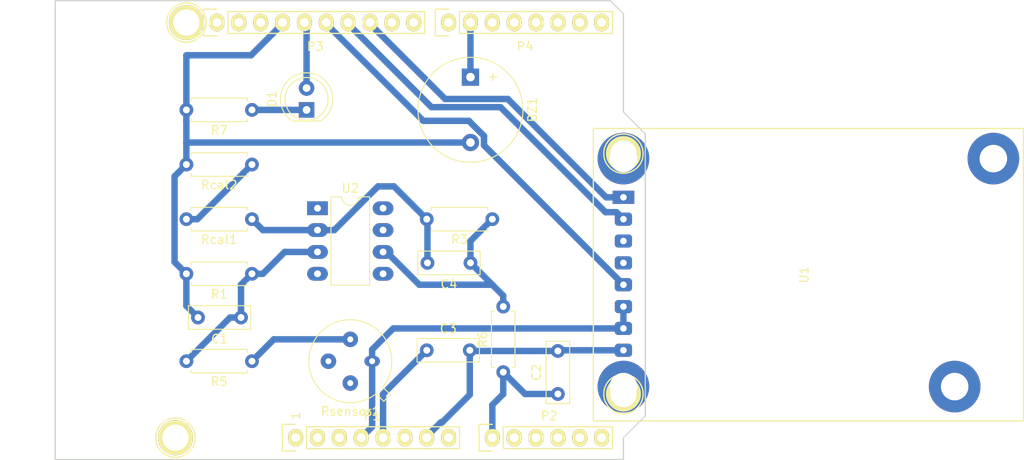
<source format=kicad_pcb>
(kicad_pcb (version 20171130) (host pcbnew "(5.0.0)")

  (general
    (thickness 1.6)
    (drawings 26)
    (tracks 96)
    (zones 0)
    (modules 24)
    (nets 46)
  )

  (page A4)
  (title_block
    (date "lun. 30 mars 2015")
  )

  (layers
    (0 F.Cu signal)
    (31 B.Cu signal)
    (32 B.Adhes user)
    (33 F.Adhes user)
    (34 B.Paste user)
    (35 F.Paste user)
    (36 B.SilkS user)
    (37 F.SilkS user)
    (38 B.Mask user)
    (39 F.Mask user)
    (40 Dwgs.User user)
    (41 Cmts.User user)
    (42 Eco1.User user)
    (43 Eco2.User user)
    (44 Edge.Cuts user)
    (45 Margin user)
    (46 B.CrtYd user)
    (47 F.CrtYd user)
    (48 B.Fab user)
    (49 F.Fab user)
  )

  (setup
    (last_trace_width 0.75)
    (trace_clearance 0.2)
    (zone_clearance 0.508)
    (zone_45_only no)
    (trace_min 0.2)
    (segment_width 0.15)
    (edge_width 0.15)
    (via_size 0.6)
    (via_drill 0.4)
    (via_min_size 0.4)
    (via_min_drill 0.3)
    (uvia_size 0.3)
    (uvia_drill 0.1)
    (uvias_allowed no)
    (uvia_min_size 0.2)
    (uvia_min_drill 0.1)
    (pcb_text_width 0.3)
    (pcb_text_size 1.5 1.5)
    (mod_edge_width 0.15)
    (mod_text_size 1 1)
    (mod_text_width 0.15)
    (pad_size 4.064 4.064)
    (pad_drill 3.048)
    (pad_to_mask_clearance 0)
    (aux_axis_origin 110.998 126.365)
    (grid_origin 110.998 126.365)
    (visible_elements 7FFFFFFF)
    (pcbplotparams
      (layerselection 0x00030_80000001)
      (usegerberextensions false)
      (usegerberattributes false)
      (usegerberadvancedattributes false)
      (creategerberjobfile false)
      (excludeedgelayer true)
      (linewidth 0.100000)
      (plotframeref false)
      (viasonmask false)
      (mode 1)
      (useauxorigin false)
      (hpglpennumber 1)
      (hpglpenspeed 20)
      (hpglpendiameter 15.000000)
      (psnegative false)
      (psa4output false)
      (plotreference true)
      (plotvalue true)
      (plotinvisibletext false)
      (padsonsilk false)
      (subtractmaskfromsilk false)
      (outputformat 1)
      (mirror false)
      (drillshape 1)
      (scaleselection 1)
      (outputdirectory ""))
  )

  (net 0 "")
  (net 1 /IOREF)
  (net 2 /Reset)
  (net 3 +5V)
  (net 4 GND)
  (net 5 /Vin)
  (net 6 /A0)
  (net 7 /A1)
  (net 8 /A2)
  (net 9 /A3)
  (net 10 /AREF)
  (net 11 "/A4(SDA)")
  (net 12 "/A5(SCL)")
  (net 13 "/9(**)")
  (net 14 /8)
  (net 15 /7)
  (net 16 "/6(**)")
  (net 17 "/5(**)")
  (net 18 /4)
  (net 19 "/3(**)")
  (net 20 /2)
  (net 21 "/1(Tx)")
  (net 22 "/0(Rx)")
  (net 23 "Net-(P5-Pad1)")
  (net 24 "Net-(P6-Pad1)")
  (net 25 "Net-(P7-Pad1)")
  (net 26 "Net-(P8-Pad1)")
  (net 27 "/13(SCK)")
  (net 28 "/10(**/SS)")
  (net 29 "Net-(P1-Pad1)")
  (net 30 +3V3)
  (net 31 "/12(MISO)")
  (net 32 "/11(**/MOSI)")
  (net 33 "Net-(C1-Pad1)")
  (net 34 "Net-(C4-Pad1)")
  (net 35 "Net-(C4-Pad2)")
  (net 36 "Net-(D1-Pad1)")
  (net 37 "Net-(R5-Pad1)")
  (net 38 "Net-(Rcal1-Pad2)")
  (net 39 "Net-(U1-Pad3)")
  (net 40 "Net-(U1-Pad4)")
  (net 41 "Net-(U2-Pad1)")
  (net 42 "Net-(U2-Pad5)")
  (net 43 "Net-(U2-Pad7)")
  (net 44 "Net-(U2-Pad4)")
  (net 45 "Net-(U2-Pad8)")

  (net_class Default "This is the default net class."
    (clearance 0.2)
    (trace_width 0.75)
    (via_dia 0.6)
    (via_drill 0.4)
    (uvia_dia 0.3)
    (uvia_drill 0.1)
    (add_net +3V3)
    (add_net +5V)
    (add_net "/0(Rx)")
    (add_net "/1(Tx)")
    (add_net "/10(**/SS)")
    (add_net "/11(**/MOSI)")
    (add_net "/12(MISO)")
    (add_net "/13(SCK)")
    (add_net /2)
    (add_net "/3(**)")
    (add_net /4)
    (add_net "/5(**)")
    (add_net "/6(**)")
    (add_net /7)
    (add_net /8)
    (add_net "/9(**)")
    (add_net /A0)
    (add_net /A1)
    (add_net /A2)
    (add_net /A3)
    (add_net "/A4(SDA)")
    (add_net "/A5(SCL)")
    (add_net /AREF)
    (add_net /IOREF)
    (add_net /Reset)
    (add_net /Vin)
    (add_net GND)
    (add_net "Net-(C1-Pad1)")
    (add_net "Net-(C4-Pad1)")
    (add_net "Net-(C4-Pad2)")
    (add_net "Net-(D1-Pad1)")
    (add_net "Net-(P1-Pad1)")
    (add_net "Net-(P5-Pad1)")
    (add_net "Net-(P6-Pad1)")
    (add_net "Net-(P7-Pad1)")
    (add_net "Net-(P8-Pad1)")
    (add_net "Net-(R5-Pad1)")
    (add_net "Net-(Rcal1-Pad2)")
    (add_net "Net-(U1-Pad3)")
    (add_net "Net-(U1-Pad4)")
    (add_net "Net-(U2-Pad1)")
    (add_net "Net-(U2-Pad4)")
    (add_net "Net-(U2-Pad5)")
    (add_net "Net-(U2-Pad7)")
    (add_net "Net-(U2-Pad8)")
  )

  (module Buzzer_Beeper:Buzzer_12x9.5RM7.6 (layer F.Cu) (tedit 5A030281) (tstamp 5BF63A97)
    (at 159.258 81.915 270)
    (descr "Generic Buzzer, D12mm height 9.5mm with RM7.6mm")
    (tags buzzer)
    (path /5BEA16F7)
    (fp_text reference BZ1 (at 3.8 -7.2 270) (layer F.SilkS)
      (effects (font (size 1 1) (thickness 0.15)))
    )
    (fp_text value Buzzer (at 3.8 7.4 270) (layer F.Fab)
      (effects (font (size 1 1) (thickness 0.15)))
    )
    (fp_text user + (at -0.01 -2.54 270) (layer F.Fab)
      (effects (font (size 1 1) (thickness 0.15)))
    )
    (fp_text user + (at -0.01 -2.54 270) (layer F.SilkS)
      (effects (font (size 1 1) (thickness 0.15)))
    )
    (fp_text user %R (at 3.8 -4 270) (layer F.Fab)
      (effects (font (size 1 1) (thickness 0.15)))
    )
    (fp_circle (center 3.8 0) (end 10.05 0) (layer F.CrtYd) (width 0.05))
    (fp_circle (center 3.8 0) (end 9.8 0) (layer F.Fab) (width 0.1))
    (fp_circle (center 3.8 0) (end 4.8 0) (layer F.Fab) (width 0.1))
    (fp_circle (center 3.8 0) (end 9.9 0) (layer F.SilkS) (width 0.12))
    (pad 1 thru_hole rect (at 0 0 270) (size 2 2) (drill 1) (layers *.Cu *.Mask)
      (net 16 "/6(**)"))
    (pad 2 thru_hole circle (at 7.6 0 270) (size 2 2) (drill 1) (layers *.Cu *.Mask)
      (net 4 GND))
    (model ${KISYS3DMOD}/Buzzer_Beeper.3dshapes/Buzzer_12x9.5RM7.6.wrl
      (at (xyz 0 0 0))
      (scale (xyz 1 1 1))
      (rotate (xyz 0 0 0))
    )
  )

  (module Capacitor_THT:C_Rect_L7.0mm_W2.5mm_P5.00mm (layer F.Cu) (tedit 5AE50EF0) (tstamp 5BF63AAA)
    (at 132.588 109.855 180)
    (descr "C, Rect series, Radial, pin pitch=5.00mm, , length*width=7*2.5mm^2, Capacitor")
    (tags "C Rect series Radial pin pitch 5.00mm  length 7mm width 2.5mm Capacitor")
    (path /5BD9F0E7)
    (fp_text reference C1 (at 2.5 -2.5 180) (layer F.SilkS)
      (effects (font (size 1 1) (thickness 0.15)))
    )
    (fp_text value 100n (at 2.5 2.5 180) (layer F.Fab)
      (effects (font (size 1 1) (thickness 0.15)))
    )
    (fp_text user %R (at 2.5 0 180) (layer F.Fab)
      (effects (font (size 1 1) (thickness 0.15)))
    )
    (fp_line (start 6.25 -1.5) (end -1.25 -1.5) (layer F.CrtYd) (width 0.05))
    (fp_line (start 6.25 1.5) (end 6.25 -1.5) (layer F.CrtYd) (width 0.05))
    (fp_line (start -1.25 1.5) (end 6.25 1.5) (layer F.CrtYd) (width 0.05))
    (fp_line (start -1.25 -1.5) (end -1.25 1.5) (layer F.CrtYd) (width 0.05))
    (fp_line (start 6.12 -1.37) (end 6.12 1.37) (layer F.SilkS) (width 0.12))
    (fp_line (start -1.12 -1.37) (end -1.12 1.37) (layer F.SilkS) (width 0.12))
    (fp_line (start -1.12 1.37) (end 6.12 1.37) (layer F.SilkS) (width 0.12))
    (fp_line (start -1.12 -1.37) (end 6.12 -1.37) (layer F.SilkS) (width 0.12))
    (fp_line (start 6 -1.25) (end -1 -1.25) (layer F.Fab) (width 0.1))
    (fp_line (start 6 1.25) (end 6 -1.25) (layer F.Fab) (width 0.1))
    (fp_line (start -1 1.25) (end 6 1.25) (layer F.Fab) (width 0.1))
    (fp_line (start -1 -1.25) (end -1 1.25) (layer F.Fab) (width 0.1))
    (pad 2 thru_hole circle (at 5 0 180) (size 1.6 1.6) (drill 0.8) (layers *.Cu *.Mask)
      (net 4 GND))
    (pad 1 thru_hole circle (at 0 0 180) (size 1.6 1.6) (drill 0.8) (layers *.Cu *.Mask)
      (net 33 "Net-(C1-Pad1)"))
    (model ${KISYS3DMOD}/Capacitor_THT.3dshapes/C_Rect_L7.0mm_W2.5mm_P5.00mm.wrl
      (at (xyz 0 0 0))
      (scale (xyz 1 1 1))
      (rotate (xyz 0 0 0))
    )
  )

  (module Socket_Arduino_Uno:Socket_Strip_Arduino_1x08 locked (layer F.Cu) (tedit 552168D2) (tstamp 551AF9EA)
    (at 138.938 123.825)
    (descr "Through hole socket strip")
    (tags "socket strip")
    (path /56D70129)
    (fp_text reference P1 (at 8.89 -2.54) (layer F.SilkS)
      (effects (font (size 1 1) (thickness 0.15)))
    )
    (fp_text value Power (at 8.89 -4.064) (layer F.Fab)
      (effects (font (size 1 1) (thickness 0.15)))
    )
    (fp_line (start -1.75 -1.75) (end -1.75 1.75) (layer F.CrtYd) (width 0.05))
    (fp_line (start 19.55 -1.75) (end 19.55 1.75) (layer F.CrtYd) (width 0.05))
    (fp_line (start -1.75 -1.75) (end 19.55 -1.75) (layer F.CrtYd) (width 0.05))
    (fp_line (start -1.75 1.75) (end 19.55 1.75) (layer F.CrtYd) (width 0.05))
    (fp_line (start 1.27 1.27) (end 19.05 1.27) (layer F.SilkS) (width 0.15))
    (fp_line (start 19.05 1.27) (end 19.05 -1.27) (layer F.SilkS) (width 0.15))
    (fp_line (start 19.05 -1.27) (end 1.27 -1.27) (layer F.SilkS) (width 0.15))
    (fp_line (start -1.55 1.55) (end 0 1.55) (layer F.SilkS) (width 0.15))
    (fp_line (start 1.27 1.27) (end 1.27 -1.27) (layer F.SilkS) (width 0.15))
    (fp_line (start 0 -1.55) (end -1.55 -1.55) (layer F.SilkS) (width 0.15))
    (fp_line (start -1.55 -1.55) (end -1.55 1.55) (layer F.SilkS) (width 0.15))
    (pad 1 thru_hole oval (at 0 0) (size 1.7272 2.032) (drill 1.016) (layers *.Cu *.Mask F.SilkS)
      (net 29 "Net-(P1-Pad1)"))
    (pad 2 thru_hole oval (at 2.54 0) (size 1.7272 2.032) (drill 1.016) (layers *.Cu *.Mask F.SilkS)
      (net 1 /IOREF))
    (pad 3 thru_hole oval (at 5.08 0) (size 1.7272 2.032) (drill 1.016) (layers *.Cu *.Mask F.SilkS)
      (net 2 /Reset))
    (pad 4 thru_hole oval (at 7.62 0) (size 1.7272 2.032) (drill 1.016) (layers *.Cu *.Mask F.SilkS)
      (net 30 +3V3))
    (pad 5 thru_hole oval (at 10.16 0) (size 1.7272 2.032) (drill 1.016) (layers *.Cu *.Mask F.SilkS)
      (net 3 +5V))
    (pad 6 thru_hole oval (at 12.7 0) (size 1.7272 2.032) (drill 1.016) (layers *.Cu *.Mask F.SilkS)
      (net 4 GND))
    (pad 7 thru_hole oval (at 15.24 0) (size 1.7272 2.032) (drill 1.016) (layers *.Cu *.Mask F.SilkS)
      (net 4 GND))
    (pad 8 thru_hole oval (at 17.78 0) (size 1.7272 2.032) (drill 1.016) (layers *.Cu *.Mask F.SilkS)
      (net 5 /Vin))
    (model ${KIPRJMOD}/Socket_Arduino_Uno.3dshapes/Socket_header_Arduino_1x08.wrl
      (offset (xyz 8.889999866485596 0 0))
      (scale (xyz 1 1 1))
      (rotate (xyz 0 0 180))
    )
  )

  (module Socket_Arduino_Uno:Socket_Strip_Arduino_1x06 locked (layer F.Cu) (tedit 552168D6) (tstamp 551AF9FF)
    (at 161.798 123.825)
    (descr "Through hole socket strip")
    (tags "socket strip")
    (path /56D70DD8)
    (fp_text reference P2 (at 6.604 -2.54) (layer F.SilkS)
      (effects (font (size 1 1) (thickness 0.15)))
    )
    (fp_text value Analog (at 6.604 -4.064) (layer F.Fab)
      (effects (font (size 1 1) (thickness 0.15)))
    )
    (fp_line (start -1.75 -1.75) (end -1.75 1.75) (layer F.CrtYd) (width 0.05))
    (fp_line (start 14.45 -1.75) (end 14.45 1.75) (layer F.CrtYd) (width 0.05))
    (fp_line (start -1.75 -1.75) (end 14.45 -1.75) (layer F.CrtYd) (width 0.05))
    (fp_line (start -1.75 1.75) (end 14.45 1.75) (layer F.CrtYd) (width 0.05))
    (fp_line (start 1.27 1.27) (end 13.97 1.27) (layer F.SilkS) (width 0.15))
    (fp_line (start 13.97 1.27) (end 13.97 -1.27) (layer F.SilkS) (width 0.15))
    (fp_line (start 13.97 -1.27) (end 1.27 -1.27) (layer F.SilkS) (width 0.15))
    (fp_line (start -1.55 1.55) (end 0 1.55) (layer F.SilkS) (width 0.15))
    (fp_line (start 1.27 1.27) (end 1.27 -1.27) (layer F.SilkS) (width 0.15))
    (fp_line (start 0 -1.55) (end -1.55 -1.55) (layer F.SilkS) (width 0.15))
    (fp_line (start -1.55 -1.55) (end -1.55 1.55) (layer F.SilkS) (width 0.15))
    (pad 1 thru_hole oval (at 0 0) (size 1.7272 2.032) (drill 1.016) (layers *.Cu *.Mask F.SilkS)
      (net 6 /A0))
    (pad 2 thru_hole oval (at 2.54 0) (size 1.7272 2.032) (drill 1.016) (layers *.Cu *.Mask F.SilkS)
      (net 7 /A1))
    (pad 3 thru_hole oval (at 5.08 0) (size 1.7272 2.032) (drill 1.016) (layers *.Cu *.Mask F.SilkS)
      (net 8 /A2))
    (pad 4 thru_hole oval (at 7.62 0) (size 1.7272 2.032) (drill 1.016) (layers *.Cu *.Mask F.SilkS)
      (net 9 /A3))
    (pad 5 thru_hole oval (at 10.16 0) (size 1.7272 2.032) (drill 1.016) (layers *.Cu *.Mask F.SilkS)
      (net 11 "/A4(SDA)"))
    (pad 6 thru_hole oval (at 12.7 0) (size 1.7272 2.032) (drill 1.016) (layers *.Cu *.Mask F.SilkS)
      (net 12 "/A5(SCL)"))
    (model ${KIPRJMOD}/Socket_Arduino_Uno.3dshapes/Socket_header_Arduino_1x06.wrl
      (offset (xyz 6.349999904632568 0 0))
      (scale (xyz 1 1 1))
      (rotate (xyz 0 0 180))
    )
  )

  (module Socket_Arduino_Uno:Socket_Strip_Arduino_1x10 locked (layer F.Cu) (tedit 552168BF) (tstamp 551AFA18)
    (at 129.794 75.565)
    (descr "Through hole socket strip")
    (tags "socket strip")
    (path /56D721E0)
    (fp_text reference P3 (at 11.43 2.794) (layer F.SilkS)
      (effects (font (size 1 1) (thickness 0.15)))
    )
    (fp_text value Digital (at 11.43 4.318) (layer F.Fab)
      (effects (font (size 1 1) (thickness 0.15)))
    )
    (fp_line (start -1.75 -1.75) (end -1.75 1.75) (layer F.CrtYd) (width 0.05))
    (fp_line (start 24.65 -1.75) (end 24.65 1.75) (layer F.CrtYd) (width 0.05))
    (fp_line (start -1.75 -1.75) (end 24.65 -1.75) (layer F.CrtYd) (width 0.05))
    (fp_line (start -1.75 1.75) (end 24.65 1.75) (layer F.CrtYd) (width 0.05))
    (fp_line (start 1.27 1.27) (end 24.13 1.27) (layer F.SilkS) (width 0.15))
    (fp_line (start 24.13 1.27) (end 24.13 -1.27) (layer F.SilkS) (width 0.15))
    (fp_line (start 24.13 -1.27) (end 1.27 -1.27) (layer F.SilkS) (width 0.15))
    (fp_line (start -1.55 1.55) (end 0 1.55) (layer F.SilkS) (width 0.15))
    (fp_line (start 1.27 1.27) (end 1.27 -1.27) (layer F.SilkS) (width 0.15))
    (fp_line (start 0 -1.55) (end -1.55 -1.55) (layer F.SilkS) (width 0.15))
    (fp_line (start -1.55 -1.55) (end -1.55 1.55) (layer F.SilkS) (width 0.15))
    (pad 1 thru_hole oval (at 0 0) (size 1.7272 2.032) (drill 1.016) (layers *.Cu *.Mask F.SilkS)
      (net 12 "/A5(SCL)"))
    (pad 2 thru_hole oval (at 2.54 0) (size 1.7272 2.032) (drill 1.016) (layers *.Cu *.Mask F.SilkS)
      (net 11 "/A4(SDA)"))
    (pad 3 thru_hole oval (at 5.08 0) (size 1.7272 2.032) (drill 1.016) (layers *.Cu *.Mask F.SilkS)
      (net 10 /AREF))
    (pad 4 thru_hole oval (at 7.62 0) (size 1.7272 2.032) (drill 1.016) (layers *.Cu *.Mask F.SilkS)
      (net 4 GND))
    (pad 5 thru_hole oval (at 10.16 0) (size 1.7272 2.032) (drill 1.016) (layers *.Cu *.Mask F.SilkS)
      (net 27 "/13(SCK)"))
    (pad 6 thru_hole oval (at 12.7 0) (size 1.7272 2.032) (drill 1.016) (layers *.Cu *.Mask F.SilkS)
      (net 31 "/12(MISO)"))
    (pad 7 thru_hole oval (at 15.24 0) (size 1.7272 2.032) (drill 1.016) (layers *.Cu *.Mask F.SilkS)
      (net 32 "/11(**/MOSI)"))
    (pad 8 thru_hole oval (at 17.78 0) (size 1.7272 2.032) (drill 1.016) (layers *.Cu *.Mask F.SilkS)
      (net 28 "/10(**/SS)"))
    (pad 9 thru_hole oval (at 20.32 0) (size 1.7272 2.032) (drill 1.016) (layers *.Cu *.Mask F.SilkS)
      (net 13 "/9(**)"))
    (pad 10 thru_hole oval (at 22.86 0) (size 1.7272 2.032) (drill 1.016) (layers *.Cu *.Mask F.SilkS)
      (net 14 /8))
    (model ${KIPRJMOD}/Socket_Arduino_Uno.3dshapes/Socket_header_Arduino_1x10.wrl
      (offset (xyz 11.42999982833862 0 0))
      (scale (xyz 1 1 1))
      (rotate (xyz 0 0 180))
    )
  )

  (module Socket_Arduino_Uno:Socket_Strip_Arduino_1x08 locked (layer F.Cu) (tedit 552168C7) (tstamp 551AFA2F)
    (at 156.718 75.565)
    (descr "Through hole socket strip")
    (tags "socket strip")
    (path /56D7164F)
    (fp_text reference P4 (at 8.89 2.794) (layer F.SilkS)
      (effects (font (size 1 1) (thickness 0.15)))
    )
    (fp_text value Digital (at 8.89 4.318) (layer F.Fab)
      (effects (font (size 1 1) (thickness 0.15)))
    )
    (fp_line (start -1.75 -1.75) (end -1.75 1.75) (layer F.CrtYd) (width 0.05))
    (fp_line (start 19.55 -1.75) (end 19.55 1.75) (layer F.CrtYd) (width 0.05))
    (fp_line (start -1.75 -1.75) (end 19.55 -1.75) (layer F.CrtYd) (width 0.05))
    (fp_line (start -1.75 1.75) (end 19.55 1.75) (layer F.CrtYd) (width 0.05))
    (fp_line (start 1.27 1.27) (end 19.05 1.27) (layer F.SilkS) (width 0.15))
    (fp_line (start 19.05 1.27) (end 19.05 -1.27) (layer F.SilkS) (width 0.15))
    (fp_line (start 19.05 -1.27) (end 1.27 -1.27) (layer F.SilkS) (width 0.15))
    (fp_line (start -1.55 1.55) (end 0 1.55) (layer F.SilkS) (width 0.15))
    (fp_line (start 1.27 1.27) (end 1.27 -1.27) (layer F.SilkS) (width 0.15))
    (fp_line (start 0 -1.55) (end -1.55 -1.55) (layer F.SilkS) (width 0.15))
    (fp_line (start -1.55 -1.55) (end -1.55 1.55) (layer F.SilkS) (width 0.15))
    (pad 1 thru_hole oval (at 0 0) (size 1.7272 2.032) (drill 1.016) (layers *.Cu *.Mask F.SilkS)
      (net 15 /7))
    (pad 2 thru_hole oval (at 2.54 0) (size 1.7272 2.032) (drill 1.016) (layers *.Cu *.Mask F.SilkS)
      (net 16 "/6(**)"))
    (pad 3 thru_hole oval (at 5.08 0) (size 1.7272 2.032) (drill 1.016) (layers *.Cu *.Mask F.SilkS)
      (net 17 "/5(**)"))
    (pad 4 thru_hole oval (at 7.62 0) (size 1.7272 2.032) (drill 1.016) (layers *.Cu *.Mask F.SilkS)
      (net 18 /4))
    (pad 5 thru_hole oval (at 10.16 0) (size 1.7272 2.032) (drill 1.016) (layers *.Cu *.Mask F.SilkS)
      (net 19 "/3(**)"))
    (pad 6 thru_hole oval (at 12.7 0) (size 1.7272 2.032) (drill 1.016) (layers *.Cu *.Mask F.SilkS)
      (net 20 /2))
    (pad 7 thru_hole oval (at 15.24 0) (size 1.7272 2.032) (drill 1.016) (layers *.Cu *.Mask F.SilkS)
      (net 21 "/1(Tx)"))
    (pad 8 thru_hole oval (at 17.78 0) (size 1.7272 2.032) (drill 1.016) (layers *.Cu *.Mask F.SilkS)
      (net 22 "/0(Rx)"))
    (model ${KIPRJMOD}/Socket_Arduino_Uno.3dshapes/Socket_header_Arduino_1x08.wrl
      (offset (xyz 8.889999866485596 0 0))
      (scale (xyz 1 1 1))
      (rotate (xyz 0 0 180))
    )
  )

  (module Socket_Arduino_Uno:Arduino_1pin locked (layer F.Cu) (tedit 5524FC39) (tstamp 5524FC3F)
    (at 124.968 123.825)
    (descr "module 1 pin (ou trou mecanique de percage)")
    (tags DEV)
    (path /56D71177)
    (fp_text reference P5 (at 0 -3.048) (layer F.SilkS) hide
      (effects (font (size 1 1) (thickness 0.15)))
    )
    (fp_text value CONN_01X01 (at 0 2.794) (layer F.Fab) hide
      (effects (font (size 1 1) (thickness 0.15)))
    )
    (fp_circle (center 0 0) (end 0 -2.286) (layer F.SilkS) (width 0.15))
    (pad 1 thru_hole circle (at 0 0) (size 4.064 4.064) (drill 3.048) (layers *.Cu *.Mask F.SilkS)
      (net 23 "Net-(P5-Pad1)"))
  )

  (module Socket_Arduino_Uno:Arduino_1pin locked (layer F.Cu) (tedit 5524FC4A) (tstamp 5524FC44)
    (at 177.038 118.745)
    (descr "module 1 pin (ou trou mecanique de percage)")
    (tags DEV)
    (path /56D71274)
    (fp_text reference P6 (at 0 -3.048) (layer F.SilkS) hide
      (effects (font (size 1 1) (thickness 0.15)))
    )
    (fp_text value CONN_01X01 (at 0 2.794) (layer F.Fab) hide
      (effects (font (size 1 1) (thickness 0.15)))
    )
    (fp_circle (center 0 0) (end 0 -2.286) (layer F.SilkS) (width 0.15))
    (pad 1 thru_hole circle (at 0 0) (size 4.064 4.064) (drill 3.048) (layers *.Cu *.Mask F.SilkS)
      (net 24 "Net-(P6-Pad1)"))
  )

  (module Socket_Arduino_Uno:Arduino_1pin locked (layer F.Cu) (tedit 5524FC2F) (tstamp 5524FC49)
    (at 126.238 75.565)
    (descr "module 1 pin (ou trou mecanique de percage)")
    (tags DEV)
    (path /56D712A8)
    (fp_text reference P7 (at 0 -3.048) (layer F.SilkS) hide
      (effects (font (size 1 1) (thickness 0.15)))
    )
    (fp_text value CONN_01X01 (at 0 2.794) (layer F.Fab) hide
      (effects (font (size 1 1) (thickness 0.15)))
    )
    (fp_circle (center 0 0) (end 0 -2.286) (layer F.SilkS) (width 0.15))
    (pad 1 thru_hole circle (at 0 0) (size 4.064 4.064) (drill 3.048) (layers *.Cu *.Mask F.SilkS)
      (net 25 "Net-(P7-Pad1)"))
  )

  (module Socket_Arduino_Uno:Arduino_1pin locked (layer F.Cu) (tedit 5524FC41) (tstamp 5524FC4E)
    (at 177.038 90.805)
    (descr "module 1 pin (ou trou mecanique de percage)")
    (tags DEV)
    (path /56D712DB)
    (fp_text reference P8 (at 0 -3.048) (layer F.SilkS) hide
      (effects (font (size 1 1) (thickness 0.15)))
    )
    (fp_text value CONN_01X01 (at 0 2.794) (layer F.Fab) hide
      (effects (font (size 1 1) (thickness 0.15)))
    )
    (fp_circle (center 0 0) (end 0 -2.286) (layer F.SilkS) (width 0.15))
    (pad 1 thru_hole circle (at 0 0) (size 4.064 4.064) (drill 3.048) (layers *.Cu *.Mask F.SilkS)
      (net 26 "Net-(P8-Pad1)"))
  )

  (module Capacitor_THT:C_Rect_L7.0mm_W2.5mm_P5.00mm (layer F.Cu) (tedit 5AE50EF0) (tstamp 5BF63ABD)
    (at 169.418 118.745 90)
    (descr "C, Rect series, Radial, pin pitch=5.00mm, , length*width=7*2.5mm^2, Capacitor")
    (tags "C Rect series Radial pin pitch 5.00mm  length 7mm width 2.5mm Capacitor")
    (path /5BD9EF39)
    (fp_text reference C2 (at 2.5 -2.5 90) (layer F.SilkS)
      (effects (font (size 1 1) (thickness 0.15)))
    )
    (fp_text value 100n (at 2.5 2.5 90) (layer F.Fab)
      (effects (font (size 1 1) (thickness 0.15)))
    )
    (fp_text user %R (at 2.5 0 90) (layer F.Fab)
      (effects (font (size 1 1) (thickness 0.15)))
    )
    (fp_line (start 6.25 -1.5) (end -1.25 -1.5) (layer F.CrtYd) (width 0.05))
    (fp_line (start 6.25 1.5) (end 6.25 -1.5) (layer F.CrtYd) (width 0.05))
    (fp_line (start -1.25 1.5) (end 6.25 1.5) (layer F.CrtYd) (width 0.05))
    (fp_line (start -1.25 -1.5) (end -1.25 1.5) (layer F.CrtYd) (width 0.05))
    (fp_line (start 6.12 -1.37) (end 6.12 1.37) (layer F.SilkS) (width 0.12))
    (fp_line (start -1.12 -1.37) (end -1.12 1.37) (layer F.SilkS) (width 0.12))
    (fp_line (start -1.12 1.37) (end 6.12 1.37) (layer F.SilkS) (width 0.12))
    (fp_line (start -1.12 -1.37) (end 6.12 -1.37) (layer F.SilkS) (width 0.12))
    (fp_line (start 6 -1.25) (end -1 -1.25) (layer F.Fab) (width 0.1))
    (fp_line (start 6 1.25) (end 6 -1.25) (layer F.Fab) (width 0.1))
    (fp_line (start -1 1.25) (end 6 1.25) (layer F.Fab) (width 0.1))
    (fp_line (start -1 -1.25) (end -1 1.25) (layer F.Fab) (width 0.1))
    (pad 2 thru_hole circle (at 5 0 90) (size 1.6 1.6) (drill 0.8) (layers *.Cu *.Mask)
      (net 4 GND))
    (pad 1 thru_hole circle (at 0 0 90) (size 1.6 1.6) (drill 0.8) (layers *.Cu *.Mask)
      (net 6 /A0))
    (model ${KISYS3DMOD}/Capacitor_THT.3dshapes/C_Rect_L7.0mm_W2.5mm_P5.00mm.wrl
      (at (xyz 0 0 0))
      (scale (xyz 1 1 1))
      (rotate (xyz 0 0 0))
    )
  )

  (module Capacitor_THT:C_Rect_L7.0mm_W2.5mm_P5.00mm (layer F.Cu) (tedit 5AE50EF0) (tstamp 5BF63AD0)
    (at 154.178 113.665)
    (descr "C, Rect series, Radial, pin pitch=5.00mm, , length*width=7*2.5mm^2, Capacitor")
    (tags "C Rect series Radial pin pitch 5.00mm  length 7mm width 2.5mm Capacitor")
    (path /5BD9EE79)
    (fp_text reference C3 (at 2.5 -2.5) (layer F.SilkS)
      (effects (font (size 1 1) (thickness 0.15)))
    )
    (fp_text value 100n (at 2.5 2.5) (layer F.Fab)
      (effects (font (size 1 1) (thickness 0.15)))
    )
    (fp_line (start -1 -1.25) (end -1 1.25) (layer F.Fab) (width 0.1))
    (fp_line (start -1 1.25) (end 6 1.25) (layer F.Fab) (width 0.1))
    (fp_line (start 6 1.25) (end 6 -1.25) (layer F.Fab) (width 0.1))
    (fp_line (start 6 -1.25) (end -1 -1.25) (layer F.Fab) (width 0.1))
    (fp_line (start -1.12 -1.37) (end 6.12 -1.37) (layer F.SilkS) (width 0.12))
    (fp_line (start -1.12 1.37) (end 6.12 1.37) (layer F.SilkS) (width 0.12))
    (fp_line (start -1.12 -1.37) (end -1.12 1.37) (layer F.SilkS) (width 0.12))
    (fp_line (start 6.12 -1.37) (end 6.12 1.37) (layer F.SilkS) (width 0.12))
    (fp_line (start -1.25 -1.5) (end -1.25 1.5) (layer F.CrtYd) (width 0.05))
    (fp_line (start -1.25 1.5) (end 6.25 1.5) (layer F.CrtYd) (width 0.05))
    (fp_line (start 6.25 1.5) (end 6.25 -1.5) (layer F.CrtYd) (width 0.05))
    (fp_line (start 6.25 -1.5) (end -1.25 -1.5) (layer F.CrtYd) (width 0.05))
    (fp_text user %R (at 2.5 0) (layer F.Fab)
      (effects (font (size 1 1) (thickness 0.15)))
    )
    (pad 1 thru_hole circle (at 0 0) (size 1.6 1.6) (drill 0.8) (layers *.Cu *.Mask)
      (net 3 +5V))
    (pad 2 thru_hole circle (at 5 0) (size 1.6 1.6) (drill 0.8) (layers *.Cu *.Mask)
      (net 4 GND))
    (model ${KISYS3DMOD}/Capacitor_THT.3dshapes/C_Rect_L7.0mm_W2.5mm_P5.00mm.wrl
      (at (xyz 0 0 0))
      (scale (xyz 1 1 1))
      (rotate (xyz 0 0 0))
    )
  )

  (module Capacitor_THT:C_Rect_L7.0mm_W2.5mm_P5.00mm (layer F.Cu) (tedit 5AE50EF0) (tstamp 5BF63AE3)
    (at 159.258 103.505 180)
    (descr "C, Rect series, Radial, pin pitch=5.00mm, , length*width=7*2.5mm^2, Capacitor")
    (tags "C Rect series Radial pin pitch 5.00mm  length 7mm width 2.5mm Capacitor")
    (path /5BD9F03B)
    (fp_text reference C4 (at 2.5 -2.5 180) (layer F.SilkS)
      (effects (font (size 1 1) (thickness 0.15)))
    )
    (fp_text value 1u (at 2.5 2.5 180) (layer F.Fab)
      (effects (font (size 1 1) (thickness 0.15)))
    )
    (fp_line (start -1 -1.25) (end -1 1.25) (layer F.Fab) (width 0.1))
    (fp_line (start -1 1.25) (end 6 1.25) (layer F.Fab) (width 0.1))
    (fp_line (start 6 1.25) (end 6 -1.25) (layer F.Fab) (width 0.1))
    (fp_line (start 6 -1.25) (end -1 -1.25) (layer F.Fab) (width 0.1))
    (fp_line (start -1.12 -1.37) (end 6.12 -1.37) (layer F.SilkS) (width 0.12))
    (fp_line (start -1.12 1.37) (end 6.12 1.37) (layer F.SilkS) (width 0.12))
    (fp_line (start -1.12 -1.37) (end -1.12 1.37) (layer F.SilkS) (width 0.12))
    (fp_line (start 6.12 -1.37) (end 6.12 1.37) (layer F.SilkS) (width 0.12))
    (fp_line (start -1.25 -1.5) (end -1.25 1.5) (layer F.CrtYd) (width 0.05))
    (fp_line (start -1.25 1.5) (end 6.25 1.5) (layer F.CrtYd) (width 0.05))
    (fp_line (start 6.25 1.5) (end 6.25 -1.5) (layer F.CrtYd) (width 0.05))
    (fp_line (start 6.25 -1.5) (end -1.25 -1.5) (layer F.CrtYd) (width 0.05))
    (fp_text user %R (at 2.5 0 180) (layer F.Fab)
      (effects (font (size 1 1) (thickness 0.15)))
    )
    (pad 1 thru_hole circle (at 0 0 180) (size 1.6 1.6) (drill 0.8) (layers *.Cu *.Mask)
      (net 34 "Net-(C4-Pad1)"))
    (pad 2 thru_hole circle (at 5 0 180) (size 1.6 1.6) (drill 0.8) (layers *.Cu *.Mask)
      (net 35 "Net-(C4-Pad2)"))
    (model ${KISYS3DMOD}/Capacitor_THT.3dshapes/C_Rect_L7.0mm_W2.5mm_P5.00mm.wrl
      (at (xyz 0 0 0))
      (scale (xyz 1 1 1))
      (rotate (xyz 0 0 0))
    )
  )

  (module LED_THT:LED_D5.0mm_FlatTop (layer F.Cu) (tedit 5880A862) (tstamp 5BF63AF4)
    (at 140.208 85.725 90)
    (descr "LED, Round, FlatTop, diameter 5.0mm, 2 pins, http://www.kingbright.com/attachments/file/psearch/000/00/00/L-483GDT(Ver.15B).pdf")
    (tags "LED Round FlatTop diameter 5.0mm 2 pins")
    (path /5BEA1788)
    (fp_text reference D1 (at 1.27 -4.01 90) (layer F.SilkS)
      (effects (font (size 1 1) (thickness 0.15)))
    )
    (fp_text value LED (at 1.27 4.01 90) (layer F.Fab)
      (effects (font (size 1 1) (thickness 0.15)))
    )
    (fp_arc (start 1.27 0) (end -1.23 -1.566046) (angle 295.9) (layer F.Fab) (width 0.1))
    (fp_arc (start 1.27 0) (end -1.29 -1.639512) (angle 147.4) (layer F.SilkS) (width 0.12))
    (fp_arc (start 1.27 0) (end -1.29 1.639512) (angle -147.4) (layer F.SilkS) (width 0.12))
    (fp_circle (center 1.27 0) (end 3.77 0) (layer F.Fab) (width 0.1))
    (fp_circle (center 1.27 0) (end 3.77 0) (layer F.SilkS) (width 0.12))
    (fp_line (start -1.23 -1.566046) (end -1.23 1.566046) (layer F.Fab) (width 0.1))
    (fp_line (start -1.29 -1.64) (end -1.29 1.64) (layer F.SilkS) (width 0.12))
    (fp_line (start -2 -3.3) (end -2 3.3) (layer F.CrtYd) (width 0.05))
    (fp_line (start -2 3.3) (end 4.55 3.3) (layer F.CrtYd) (width 0.05))
    (fp_line (start 4.55 3.3) (end 4.55 -3.3) (layer F.CrtYd) (width 0.05))
    (fp_line (start 4.55 -3.3) (end -2 -3.3) (layer F.CrtYd) (width 0.05))
    (pad 1 thru_hole rect (at 0 0 90) (size 1.8 1.8) (drill 0.9) (layers *.Cu *.Mask)
      (net 36 "Net-(D1-Pad1)"))
    (pad 2 thru_hole circle (at 2.54 0 90) (size 1.8 1.8) (drill 0.9) (layers *.Cu *.Mask)
      (net 27 "/13(SCK)"))
    (model ${KISYS3DMOD}/LED_THT.3dshapes/LED_D5.0mm_FlatTop.wrl
      (at (xyz 0 0 0))
      (scale (xyz 1 1 1))
      (rotate (xyz 0 0 0))
    )
  )

  (module Resistor_THT:R_Axial_DIN0207_L6.3mm_D2.5mm_P7.62mm_Horizontal (layer F.Cu) (tedit 5AE5139B) (tstamp 5BF63B33)
    (at 161.798 98.425 180)
    (descr "Resistor, Axial_DIN0207 series, Axial, Horizontal, pin pitch=7.62mm, 0.25W = 1/4W, length*diameter=6.3*2.5mm^2, http://cdn-reichelt.de/documents/datenblatt/B400/1_4W%23YAG.pdf")
    (tags "Resistor Axial_DIN0207 series Axial Horizontal pin pitch 7.62mm 0.25W = 1/4W length 6.3mm diameter 2.5mm")
    (path /5BD9ED1A)
    (fp_text reference R3 (at 3.81 -2.37 180) (layer F.SilkS)
      (effects (font (size 1 1) (thickness 0.15)))
    )
    (fp_text value 100k (at 3.81 2.37 180) (layer F.Fab)
      (effects (font (size 1 1) (thickness 0.15)))
    )
    (fp_line (start 0.66 -1.25) (end 0.66 1.25) (layer F.Fab) (width 0.1))
    (fp_line (start 0.66 1.25) (end 6.96 1.25) (layer F.Fab) (width 0.1))
    (fp_line (start 6.96 1.25) (end 6.96 -1.25) (layer F.Fab) (width 0.1))
    (fp_line (start 6.96 -1.25) (end 0.66 -1.25) (layer F.Fab) (width 0.1))
    (fp_line (start 0 0) (end 0.66 0) (layer F.Fab) (width 0.1))
    (fp_line (start 7.62 0) (end 6.96 0) (layer F.Fab) (width 0.1))
    (fp_line (start 0.54 -1.04) (end 0.54 -1.37) (layer F.SilkS) (width 0.12))
    (fp_line (start 0.54 -1.37) (end 7.08 -1.37) (layer F.SilkS) (width 0.12))
    (fp_line (start 7.08 -1.37) (end 7.08 -1.04) (layer F.SilkS) (width 0.12))
    (fp_line (start 0.54 1.04) (end 0.54 1.37) (layer F.SilkS) (width 0.12))
    (fp_line (start 0.54 1.37) (end 7.08 1.37) (layer F.SilkS) (width 0.12))
    (fp_line (start 7.08 1.37) (end 7.08 1.04) (layer F.SilkS) (width 0.12))
    (fp_line (start -1.05 -1.5) (end -1.05 1.5) (layer F.CrtYd) (width 0.05))
    (fp_line (start -1.05 1.5) (end 8.67 1.5) (layer F.CrtYd) (width 0.05))
    (fp_line (start 8.67 1.5) (end 8.67 -1.5) (layer F.CrtYd) (width 0.05))
    (fp_line (start 8.67 -1.5) (end -1.05 -1.5) (layer F.CrtYd) (width 0.05))
    (fp_text user %R (at 3.81 0 180) (layer F.Fab)
      (effects (font (size 1 1) (thickness 0.15)))
    )
    (pad 1 thru_hole circle (at 0 0 180) (size 1.6 1.6) (drill 0.8) (layers *.Cu *.Mask)
      (net 34 "Net-(C4-Pad1)"))
    (pad 2 thru_hole oval (at 7.62 0 180) (size 1.6 1.6) (drill 0.8) (layers *.Cu *.Mask)
      (net 35 "Net-(C4-Pad2)"))
    (model ${KISYS3DMOD}/Resistor_THT.3dshapes/R_Axial_DIN0207_L6.3mm_D2.5mm_P7.62mm_Horizontal.wrl
      (at (xyz 0 0 0))
      (scale (xyz 1 1 1))
      (rotate (xyz 0 0 0))
    )
  )

  (module Resistor_THT:R_Axial_DIN0207_L6.3mm_D2.5mm_P7.62mm_Horizontal (layer F.Cu) (tedit 5AE5139B) (tstamp 5BF63B4A)
    (at 133.858 114.935 180)
    (descr "Resistor, Axial_DIN0207 series, Axial, Horizontal, pin pitch=7.62mm, 0.25W = 1/4W, length*diameter=6.3*2.5mm^2, http://cdn-reichelt.de/documents/datenblatt/B400/1_4W%23YAG.pdf")
    (tags "Resistor Axial_DIN0207 series Axial Horizontal pin pitch 7.62mm 0.25W = 1/4W length 6.3mm diameter 2.5mm")
    (path /5BD9EAE8)
    (fp_text reference R5 (at 3.81 -2.37 180) (layer F.SilkS)
      (effects (font (size 1 1) (thickness 0.15)))
    )
    (fp_text value 10k (at 3.81 2.37 180) (layer F.Fab)
      (effects (font (size 1 1) (thickness 0.15)))
    )
    (fp_text user %R (at 3.81 0 180) (layer F.Fab)
      (effects (font (size 1 1) (thickness 0.15)))
    )
    (fp_line (start 8.67 -1.5) (end -1.05 -1.5) (layer F.CrtYd) (width 0.05))
    (fp_line (start 8.67 1.5) (end 8.67 -1.5) (layer F.CrtYd) (width 0.05))
    (fp_line (start -1.05 1.5) (end 8.67 1.5) (layer F.CrtYd) (width 0.05))
    (fp_line (start -1.05 -1.5) (end -1.05 1.5) (layer F.CrtYd) (width 0.05))
    (fp_line (start 7.08 1.37) (end 7.08 1.04) (layer F.SilkS) (width 0.12))
    (fp_line (start 0.54 1.37) (end 7.08 1.37) (layer F.SilkS) (width 0.12))
    (fp_line (start 0.54 1.04) (end 0.54 1.37) (layer F.SilkS) (width 0.12))
    (fp_line (start 7.08 -1.37) (end 7.08 -1.04) (layer F.SilkS) (width 0.12))
    (fp_line (start 0.54 -1.37) (end 7.08 -1.37) (layer F.SilkS) (width 0.12))
    (fp_line (start 0.54 -1.04) (end 0.54 -1.37) (layer F.SilkS) (width 0.12))
    (fp_line (start 7.62 0) (end 6.96 0) (layer F.Fab) (width 0.1))
    (fp_line (start 0 0) (end 0.66 0) (layer F.Fab) (width 0.1))
    (fp_line (start 6.96 -1.25) (end 0.66 -1.25) (layer F.Fab) (width 0.1))
    (fp_line (start 6.96 1.25) (end 6.96 -1.25) (layer F.Fab) (width 0.1))
    (fp_line (start 0.66 1.25) (end 6.96 1.25) (layer F.Fab) (width 0.1))
    (fp_line (start 0.66 -1.25) (end 0.66 1.25) (layer F.Fab) (width 0.1))
    (pad 2 thru_hole oval (at 7.62 0 180) (size 1.6 1.6) (drill 0.8) (layers *.Cu *.Mask)
      (net 33 "Net-(C1-Pad1)"))
    (pad 1 thru_hole circle (at 0 0 180) (size 1.6 1.6) (drill 0.8) (layers *.Cu *.Mask)
      (net 37 "Net-(R5-Pad1)"))
    (model ${KISYS3DMOD}/Resistor_THT.3dshapes/R_Axial_DIN0207_L6.3mm_D2.5mm_P7.62mm_Horizontal.wrl
      (at (xyz 0 0 0))
      (scale (xyz 1 1 1))
      (rotate (xyz 0 0 0))
    )
  )

  (module Resistor_THT:R_Axial_DIN0207_L6.3mm_D2.5mm_P7.62mm_Horizontal (layer F.Cu) (tedit 5AE5139B) (tstamp 5BF63B61)
    (at 163.068 116.205 90)
    (descr "Resistor, Axial_DIN0207 series, Axial, Horizontal, pin pitch=7.62mm, 0.25W = 1/4W, length*diameter=6.3*2.5mm^2, http://cdn-reichelt.de/documents/datenblatt/B400/1_4W%23YAG.pdf")
    (tags "Resistor Axial_DIN0207 series Axial Horizontal pin pitch 7.62mm 0.25W = 1/4W length 6.3mm diameter 2.5mm")
    (path /5BD9EDB6)
    (fp_text reference R6 (at 3.81 -2.37 90) (layer F.SilkS)
      (effects (font (size 1 1) (thickness 0.15)))
    )
    (fp_text value 1k (at 3.81 2.37 90) (layer F.Fab)
      (effects (font (size 1 1) (thickness 0.15)))
    )
    (fp_line (start 0.66 -1.25) (end 0.66 1.25) (layer F.Fab) (width 0.1))
    (fp_line (start 0.66 1.25) (end 6.96 1.25) (layer F.Fab) (width 0.1))
    (fp_line (start 6.96 1.25) (end 6.96 -1.25) (layer F.Fab) (width 0.1))
    (fp_line (start 6.96 -1.25) (end 0.66 -1.25) (layer F.Fab) (width 0.1))
    (fp_line (start 0 0) (end 0.66 0) (layer F.Fab) (width 0.1))
    (fp_line (start 7.62 0) (end 6.96 0) (layer F.Fab) (width 0.1))
    (fp_line (start 0.54 -1.04) (end 0.54 -1.37) (layer F.SilkS) (width 0.12))
    (fp_line (start 0.54 -1.37) (end 7.08 -1.37) (layer F.SilkS) (width 0.12))
    (fp_line (start 7.08 -1.37) (end 7.08 -1.04) (layer F.SilkS) (width 0.12))
    (fp_line (start 0.54 1.04) (end 0.54 1.37) (layer F.SilkS) (width 0.12))
    (fp_line (start 0.54 1.37) (end 7.08 1.37) (layer F.SilkS) (width 0.12))
    (fp_line (start 7.08 1.37) (end 7.08 1.04) (layer F.SilkS) (width 0.12))
    (fp_line (start -1.05 -1.5) (end -1.05 1.5) (layer F.CrtYd) (width 0.05))
    (fp_line (start -1.05 1.5) (end 8.67 1.5) (layer F.CrtYd) (width 0.05))
    (fp_line (start 8.67 1.5) (end 8.67 -1.5) (layer F.CrtYd) (width 0.05))
    (fp_line (start 8.67 -1.5) (end -1.05 -1.5) (layer F.CrtYd) (width 0.05))
    (fp_text user %R (at 3.81 0 90) (layer F.Fab)
      (effects (font (size 1 1) (thickness 0.15)))
    )
    (pad 1 thru_hole circle (at 0 0 90) (size 1.6 1.6) (drill 0.8) (layers *.Cu *.Mask)
      (net 6 /A0))
    (pad 2 thru_hole oval (at 7.62 0 90) (size 1.6 1.6) (drill 0.8) (layers *.Cu *.Mask)
      (net 34 "Net-(C4-Pad1)"))
    (model ${KISYS3DMOD}/Resistor_THT.3dshapes/R_Axial_DIN0207_L6.3mm_D2.5mm_P7.62mm_Horizontal.wrl
      (at (xyz 0 0 0))
      (scale (xyz 1 1 1))
      (rotate (xyz 0 0 0))
    )
  )

  (module Resistor_THT:R_Axial_DIN0207_L6.3mm_D2.5mm_P7.62mm_Horizontal (layer F.Cu) (tedit 5AE5139B) (tstamp 5BF63B78)
    (at 133.858 85.725 180)
    (descr "Resistor, Axial_DIN0207 series, Axial, Horizontal, pin pitch=7.62mm, 0.25W = 1/4W, length*diameter=6.3*2.5mm^2, http://cdn-reichelt.de/documents/datenblatt/B400/1_4W%23YAG.pdf")
    (tags "Resistor Axial_DIN0207 series Axial Horizontal pin pitch 7.62mm 0.25W = 1/4W length 6.3mm diameter 2.5mm")
    (path /5BEA1AF9)
    (fp_text reference R7 (at 3.81 -2.37 180) (layer F.SilkS)
      (effects (font (size 1 1) (thickness 0.15)))
    )
    (fp_text value 10k (at 3.81 2.37 180) (layer F.Fab)
      (effects (font (size 1 1) (thickness 0.15)))
    )
    (fp_text user %R (at 3.81 0 180) (layer F.Fab)
      (effects (font (size 1 1) (thickness 0.15)))
    )
    (fp_line (start 8.67 -1.5) (end -1.05 -1.5) (layer F.CrtYd) (width 0.05))
    (fp_line (start 8.67 1.5) (end 8.67 -1.5) (layer F.CrtYd) (width 0.05))
    (fp_line (start -1.05 1.5) (end 8.67 1.5) (layer F.CrtYd) (width 0.05))
    (fp_line (start -1.05 -1.5) (end -1.05 1.5) (layer F.CrtYd) (width 0.05))
    (fp_line (start 7.08 1.37) (end 7.08 1.04) (layer F.SilkS) (width 0.12))
    (fp_line (start 0.54 1.37) (end 7.08 1.37) (layer F.SilkS) (width 0.12))
    (fp_line (start 0.54 1.04) (end 0.54 1.37) (layer F.SilkS) (width 0.12))
    (fp_line (start 7.08 -1.37) (end 7.08 -1.04) (layer F.SilkS) (width 0.12))
    (fp_line (start 0.54 -1.37) (end 7.08 -1.37) (layer F.SilkS) (width 0.12))
    (fp_line (start 0.54 -1.04) (end 0.54 -1.37) (layer F.SilkS) (width 0.12))
    (fp_line (start 7.62 0) (end 6.96 0) (layer F.Fab) (width 0.1))
    (fp_line (start 0 0) (end 0.66 0) (layer F.Fab) (width 0.1))
    (fp_line (start 6.96 -1.25) (end 0.66 -1.25) (layer F.Fab) (width 0.1))
    (fp_line (start 6.96 1.25) (end 6.96 -1.25) (layer F.Fab) (width 0.1))
    (fp_line (start 0.66 1.25) (end 6.96 1.25) (layer F.Fab) (width 0.1))
    (fp_line (start 0.66 -1.25) (end 0.66 1.25) (layer F.Fab) (width 0.1))
    (pad 2 thru_hole oval (at 7.62 0 180) (size 1.6 1.6) (drill 0.8) (layers *.Cu *.Mask)
      (net 4 GND))
    (pad 1 thru_hole circle (at 0 0 180) (size 1.6 1.6) (drill 0.8) (layers *.Cu *.Mask)
      (net 36 "Net-(D1-Pad1)"))
    (model ${KISYS3DMOD}/Resistor_THT.3dshapes/R_Axial_DIN0207_L6.3mm_D2.5mm_P7.62mm_Horizontal.wrl
      (at (xyz 0 0 0))
      (scale (xyz 1 1 1))
      (rotate (xyz 0 0 0))
    )
  )

  (module Resistor_THT:R_Axial_DIN0207_L6.3mm_D2.5mm_P7.62mm_Horizontal (layer F.Cu) (tedit 5AE5139B) (tstamp 5BF63BBD)
    (at 133.858 98.425 180)
    (descr "Resistor, Axial_DIN0207 series, Axial, Horizontal, pin pitch=7.62mm, 0.25W = 1/4W, length*diameter=6.3*2.5mm^2, http://cdn-reichelt.de/documents/datenblatt/B400/1_4W%23YAG.pdf")
    (tags "Resistor Axial_DIN0207 series Axial Horizontal pin pitch 7.62mm 0.25W = 1/4W length 6.3mm diameter 2.5mm")
    (path /5BD9EBFE)
    (fp_text reference Rcal1 (at 3.81 -2.37 180) (layer F.SilkS)
      (effects (font (size 1 1) (thickness 0.15)))
    )
    (fp_text value R (at 3.81 2.37 180) (layer F.Fab)
      (effects (font (size 1 1) (thickness 0.15)))
    )
    (fp_line (start 0.66 -1.25) (end 0.66 1.25) (layer F.Fab) (width 0.1))
    (fp_line (start 0.66 1.25) (end 6.96 1.25) (layer F.Fab) (width 0.1))
    (fp_line (start 6.96 1.25) (end 6.96 -1.25) (layer F.Fab) (width 0.1))
    (fp_line (start 6.96 -1.25) (end 0.66 -1.25) (layer F.Fab) (width 0.1))
    (fp_line (start 0 0) (end 0.66 0) (layer F.Fab) (width 0.1))
    (fp_line (start 7.62 0) (end 6.96 0) (layer F.Fab) (width 0.1))
    (fp_line (start 0.54 -1.04) (end 0.54 -1.37) (layer F.SilkS) (width 0.12))
    (fp_line (start 0.54 -1.37) (end 7.08 -1.37) (layer F.SilkS) (width 0.12))
    (fp_line (start 7.08 -1.37) (end 7.08 -1.04) (layer F.SilkS) (width 0.12))
    (fp_line (start 0.54 1.04) (end 0.54 1.37) (layer F.SilkS) (width 0.12))
    (fp_line (start 0.54 1.37) (end 7.08 1.37) (layer F.SilkS) (width 0.12))
    (fp_line (start 7.08 1.37) (end 7.08 1.04) (layer F.SilkS) (width 0.12))
    (fp_line (start -1.05 -1.5) (end -1.05 1.5) (layer F.CrtYd) (width 0.05))
    (fp_line (start -1.05 1.5) (end 8.67 1.5) (layer F.CrtYd) (width 0.05))
    (fp_line (start 8.67 1.5) (end 8.67 -1.5) (layer F.CrtYd) (width 0.05))
    (fp_line (start 8.67 -1.5) (end -1.05 -1.5) (layer F.CrtYd) (width 0.05))
    (fp_text user %R (at 3.81 0 180) (layer F.Fab)
      (effects (font (size 1 1) (thickness 0.15)))
    )
    (pad 1 thru_hole circle (at 0 0 180) (size 1.6 1.6) (drill 0.8) (layers *.Cu *.Mask)
      (net 35 "Net-(C4-Pad2)"))
    (pad 2 thru_hole oval (at 7.62 0 180) (size 1.6 1.6) (drill 0.8) (layers *.Cu *.Mask)
      (net 38 "Net-(Rcal1-Pad2)"))
    (model ${KISYS3DMOD}/Resistor_THT.3dshapes/R_Axial_DIN0207_L6.3mm_D2.5mm_P7.62mm_Horizontal.wrl
      (at (xyz 0 0 0))
      (scale (xyz 1 1 1))
      (rotate (xyz 0 0 0))
    )
  )

  (module Resistor_THT:R_Axial_DIN0207_L6.3mm_D2.5mm_P7.62mm_Horizontal (layer F.Cu) (tedit 5AE5139B) (tstamp 5BF63BD4)
    (at 133.858 92.075 180)
    (descr "Resistor, Axial_DIN0207 series, Axial, Horizontal, pin pitch=7.62mm, 0.25W = 1/4W, length*diameter=6.3*2.5mm^2, http://cdn-reichelt.de/documents/datenblatt/B400/1_4W%23YAG.pdf")
    (tags "Resistor Axial_DIN0207 series Axial Horizontal pin pitch 7.62mm 0.25W = 1/4W length 6.3mm diameter 2.5mm")
    (path /5BD9EC80)
    (fp_text reference Rcal2 (at 3.81 -2.37 180) (layer F.SilkS)
      (effects (font (size 1 1) (thickness 0.15)))
    )
    (fp_text value R (at 3.81 2.37 180) (layer F.Fab)
      (effects (font (size 1 1) (thickness 0.15)))
    )
    (fp_text user %R (at 3.81 0 180) (layer F.Fab)
      (effects (font (size 1 1) (thickness 0.15)))
    )
    (fp_line (start 8.67 -1.5) (end -1.05 -1.5) (layer F.CrtYd) (width 0.05))
    (fp_line (start 8.67 1.5) (end 8.67 -1.5) (layer F.CrtYd) (width 0.05))
    (fp_line (start -1.05 1.5) (end 8.67 1.5) (layer F.CrtYd) (width 0.05))
    (fp_line (start -1.05 -1.5) (end -1.05 1.5) (layer F.CrtYd) (width 0.05))
    (fp_line (start 7.08 1.37) (end 7.08 1.04) (layer F.SilkS) (width 0.12))
    (fp_line (start 0.54 1.37) (end 7.08 1.37) (layer F.SilkS) (width 0.12))
    (fp_line (start 0.54 1.04) (end 0.54 1.37) (layer F.SilkS) (width 0.12))
    (fp_line (start 7.08 -1.37) (end 7.08 -1.04) (layer F.SilkS) (width 0.12))
    (fp_line (start 0.54 -1.37) (end 7.08 -1.37) (layer F.SilkS) (width 0.12))
    (fp_line (start 0.54 -1.04) (end 0.54 -1.37) (layer F.SilkS) (width 0.12))
    (fp_line (start 7.62 0) (end 6.96 0) (layer F.Fab) (width 0.1))
    (fp_line (start 0 0) (end 0.66 0) (layer F.Fab) (width 0.1))
    (fp_line (start 6.96 -1.25) (end 0.66 -1.25) (layer F.Fab) (width 0.1))
    (fp_line (start 6.96 1.25) (end 6.96 -1.25) (layer F.Fab) (width 0.1))
    (fp_line (start 0.66 1.25) (end 6.96 1.25) (layer F.Fab) (width 0.1))
    (fp_line (start 0.66 -1.25) (end 0.66 1.25) (layer F.Fab) (width 0.1))
    (pad 2 thru_hole oval (at 7.62 0 180) (size 1.6 1.6) (drill 0.8) (layers *.Cu *.Mask)
      (net 4 GND))
    (pad 1 thru_hole circle (at 0 0 180) (size 1.6 1.6) (drill 0.8) (layers *.Cu *.Mask)
      (net 38 "Net-(Rcal1-Pad2)"))
    (model ${KISYS3DMOD}/Resistor_THT.3dshapes/R_Axial_DIN0207_L6.3mm_D2.5mm_P7.62mm_Horizontal.wrl
      (at (xyz 0 0 0))
      (scale (xyz 1 1 1))
      (rotate (xyz 0 0 0))
    )
  )

  (module MesEmpreintes:TO-5-4 (layer F.Cu) (tedit 5BE98B71) (tstamp 5BF63BEA)
    (at 147.828 114.935 180)
    (descr TO-5-4)
    (tags TO-5-4)
    (path /5BD9EA5A)
    (fp_text reference Rsensor1 (at 2.54 -5.82 180) (layer F.SilkS)
      (effects (font (size 1 1) (thickness 0.15)))
    )
    (fp_text value 10k (at 2.54 5.82 180) (layer F.Fab)
      (effects (font (size 1 1) (thickness 0.15)))
    )
    (fp_arc (start 2.54 0) (end -0.457084 -3.774902) (angle 346.9) (layer F.SilkS) (width 0.12))
    (fp_arc (start 2.54 0) (end -0.465408 -3.61352) (angle 349.5) (layer F.Fab) (width 0.1))
    (fp_circle (center 2.54 0) (end 6.79 0) (layer F.Fab) (width 0.1))
    (fp_line (start 7.49 -4.95) (end -2.41 -4.95) (layer F.CrtYd) (width 0.05))
    (fp_line (start 7.49 4.95) (end 7.49 -4.95) (layer F.CrtYd) (width 0.05))
    (fp_line (start -2.41 4.95) (end 7.49 4.95) (layer F.CrtYd) (width 0.05))
    (fp_line (start -2.41 -4.95) (end -2.41 4.95) (layer F.CrtYd) (width 0.05))
    (fp_line (start -2.125856 -3.888039) (end -1.234902 -2.997084) (layer F.SilkS) (width 0.12))
    (fp_line (start -1.348039 -4.665856) (end -2.125856 -3.888039) (layer F.SilkS) (width 0.12))
    (fp_line (start -0.457084 -3.774902) (end -1.348039 -4.665856) (layer F.SilkS) (width 0.12))
    (fp_line (start -1.879621 -3.81151) (end -1.07352 -3.005408) (layer F.Fab) (width 0.1))
    (fp_line (start -1.27151 -4.419621) (end -1.879621 -3.81151) (layer F.Fab) (width 0.1))
    (fp_line (start -0.465408 -3.61352) (end -1.27151 -4.419621) (layer F.Fab) (width 0.1))
    (fp_text user %R (at 2.54 -5.82 180) (layer F.Fab)
      (effects (font (size 1 1) (thickness 0.15)))
    )
    (pad 4 thru_hole circle (at 2.54 -2.54 180) (size 1.8 1.8) (drill 0.7) (layers *.Cu *.Mask))
    (pad 3 thru_hole circle (at 5.08 0 180) (size 1.8 1.8) (drill 0.7) (layers *.Cu *.Mask))
    (pad 2 thru_hole circle (at 2.54 2.54 180) (size 1.8 1.8) (drill 0.7) (layers *.Cu *.Mask)
      (net 37 "Net-(R5-Pad1)"))
    (pad 1 thru_hole oval (at 0 0 180) (size 1.8 1.2) (drill 0.7) (layers *.Cu *.Mask)
      (net 30 +3V3))
    (model ${KISYS3DMOD}/Package_TO_SOT_THT.3dshapes/TO-5-4.wrl
      (at (xyz 0 0 0))
      (scale (xyz 1 1 1))
      (rotate (xyz 0 0 0))
    )
  )

  (module MesEmpreintes:Module_LoRa_RN2483 (layer F.Cu) (tedit 5BD9C5EB) (tstamp 5BF63C1D)
    (at 177.038 95.885 270)
    (path /5BEF5229)
    (fp_text reference U1 (at 9 -21 270) (layer F.SilkS)
      (effects (font (size 1 1) (thickness 0.15)))
    )
    (fp_text value RN2483_Breakout (at 9 -23 270) (layer F.Fab)
      (effects (font (size 1 1) (thickness 0.15)))
    )
    (fp_line (start -8 3.5) (end -8 -46.5) (layer F.SilkS) (width 0.15))
    (fp_line (start -8 -46.5) (end 26 -46.5) (layer F.SilkS) (width 0.15))
    (fp_line (start 26 -46.5) (end 26 3.5) (layer F.SilkS) (width 0.15))
    (fp_line (start 26 3.5) (end -8 3.5) (layer F.SilkS) (width 0.15))
    (pad 1 thru_hole rect (at 0 0 270) (size 1.524 2.524) (drill 0.762) (layers *.Cu *.Mask)
      (net 28 "/10(**/SS)"))
    (pad 2 thru_hole roundrect (at 2.54 0 270) (size 1.524 2) (drill 0.762) (layers *.Cu *.Mask) (roundrect_rratio 0.25)
      (net 32 "/11(**/MOSI)"))
    (pad 3 thru_hole roundrect (at 5.08 0 270) (size 1.524 2) (drill 0.762) (layers *.Cu *.Mask) (roundrect_rratio 0.25)
      (net 39 "Net-(U1-Pad3)"))
    (pad 4 thru_hole roundrect (at 7.62 0 270) (size 1.524 2) (drill 0.762) (layers *.Cu *.Mask) (roundrect_rratio 0.25)
      (net 40 "Net-(U1-Pad4)"))
    (pad 5 thru_hole roundrect (at 10.16 0 270) (size 1.524 2) (drill 0.762) (layers *.Cu *.Mask) (roundrect_rratio 0.25)
      (net 31 "/12(MISO)"))
    (pad 6 thru_hole roundrect (at 12.7 0 270) (size 1.524 2) (drill 0.762) (layers *.Cu *.Mask) (roundrect_rratio 0.25)
      (net 30 +3V3))
    (pad 7 thru_hole roundrect (at 15.24 0 270) (size 1.524 2) (drill 0.762) (layers *.Cu *.Mask) (roundrect_rratio 0.25)
      (net 30 +3V3))
    (pad 8 thru_hole roundrect (at 17.78 0 270) (size 1.524 2) (drill 0.762) (layers *.Cu *.Mask) (roundrect_rratio 0.25)
      (net 4 GND))
    (pad "" np_thru_hole circle (at -4.5 0 270) (size 6 6) (drill 3.2) (layers *.Cu *.Mask))
    (pad "" np_thru_hole circle (at 22 0 270) (size 6 6) (drill 3.2) (layers *.Cu *.Mask))
    (pad "" np_thru_hole circle (at 22 -38.5 270) (size 6 6) (drill 3.2) (layers *.Cu *.Mask))
    (pad "" np_thru_hole circle (at -4.5 -43 270) (size 6 6) (drill 3.2) (layers *.Cu *.Mask))
  )

  (module Package_DIP:DIP-8_W7.62mm_LongPads (layer F.Cu) (tedit 5A02E8C5) (tstamp 5BF63C39)
    (at 141.478 97.155)
    (descr "8-lead though-hole mounted DIP package, row spacing 7.62 mm (300 mils), LongPads")
    (tags "THT DIP DIL PDIP 2.54mm 7.62mm 300mil LongPads")
    (path /5BD9E967)
    (fp_text reference U2 (at 3.81 -2.33) (layer F.SilkS)
      (effects (font (size 1 1) (thickness 0.15)))
    )
    (fp_text value LTC1050 (at 3.81 9.95) (layer F.Fab)
      (effects (font (size 1 1) (thickness 0.15)))
    )
    (fp_arc (start 3.81 -1.33) (end 2.81 -1.33) (angle -180) (layer F.SilkS) (width 0.12))
    (fp_line (start 1.635 -1.27) (end 6.985 -1.27) (layer F.Fab) (width 0.1))
    (fp_line (start 6.985 -1.27) (end 6.985 8.89) (layer F.Fab) (width 0.1))
    (fp_line (start 6.985 8.89) (end 0.635 8.89) (layer F.Fab) (width 0.1))
    (fp_line (start 0.635 8.89) (end 0.635 -0.27) (layer F.Fab) (width 0.1))
    (fp_line (start 0.635 -0.27) (end 1.635 -1.27) (layer F.Fab) (width 0.1))
    (fp_line (start 2.81 -1.33) (end 1.56 -1.33) (layer F.SilkS) (width 0.12))
    (fp_line (start 1.56 -1.33) (end 1.56 8.95) (layer F.SilkS) (width 0.12))
    (fp_line (start 1.56 8.95) (end 6.06 8.95) (layer F.SilkS) (width 0.12))
    (fp_line (start 6.06 8.95) (end 6.06 -1.33) (layer F.SilkS) (width 0.12))
    (fp_line (start 6.06 -1.33) (end 4.81 -1.33) (layer F.SilkS) (width 0.12))
    (fp_line (start -1.45 -1.55) (end -1.45 9.15) (layer F.CrtYd) (width 0.05))
    (fp_line (start -1.45 9.15) (end 9.1 9.15) (layer F.CrtYd) (width 0.05))
    (fp_line (start 9.1 9.15) (end 9.1 -1.55) (layer F.CrtYd) (width 0.05))
    (fp_line (start 9.1 -1.55) (end -1.45 -1.55) (layer F.CrtYd) (width 0.05))
    (fp_text user %R (at 3.81 3.81) (layer F.Fab)
      (effects (font (size 1 1) (thickness 0.15)))
    )
    (pad 1 thru_hole rect (at 0 0) (size 2.4 1.6) (drill 0.8) (layers *.Cu *.Mask)
      (net 41 "Net-(U2-Pad1)"))
    (pad 5 thru_hole oval (at 7.62 7.62) (size 2.4 1.6) (drill 0.8) (layers *.Cu *.Mask)
      (net 42 "Net-(U2-Pad5)"))
    (pad 2 thru_hole oval (at 0 2.54) (size 2.4 1.6) (drill 0.8) (layers *.Cu *.Mask)
      (net 35 "Net-(C4-Pad2)"))
    (pad 6 thru_hole oval (at 7.62 5.08) (size 2.4 1.6) (drill 0.8) (layers *.Cu *.Mask)
      (net 34 "Net-(C4-Pad1)"))
    (pad 3 thru_hole oval (at 0 5.08) (size 2.4 1.6) (drill 0.8) (layers *.Cu *.Mask)
      (net 33 "Net-(C1-Pad1)"))
    (pad 7 thru_hole oval (at 7.62 2.54) (size 2.4 1.6) (drill 0.8) (layers *.Cu *.Mask)
      (net 43 "Net-(U2-Pad7)"))
    (pad 4 thru_hole oval (at 0 7.62) (size 2.4 1.6) (drill 0.8) (layers *.Cu *.Mask)
      (net 44 "Net-(U2-Pad4)"))
    (pad 8 thru_hole oval (at 7.62 0) (size 2.4 1.6) (drill 0.8) (layers *.Cu *.Mask)
      (net 45 "Net-(U2-Pad8)"))
    (model ${KISYS3DMOD}/Package_DIP.3dshapes/DIP-8_W7.62mm.wrl
      (at (xyz 0 0 0))
      (scale (xyz 1 1 1))
      (rotate (xyz 0 0 0))
    )
  )

  (module Resistor_THT:R_Axial_DIN0207_L6.3mm_D2.5mm_P7.62mm_Horizontal (layer F.Cu) (tedit 5AE5139B) (tstamp 5BF656EB)
    (at 133.858 104.775 180)
    (descr "Resistor, Axial_DIN0207 series, Axial, Horizontal, pin pitch=7.62mm, 0.25W = 1/4W, length*diameter=6.3*2.5mm^2, http://cdn-reichelt.de/documents/datenblatt/B400/1_4W%23YAG.pdf")
    (tags "Resistor Axial_DIN0207 series Axial Horizontal pin pitch 7.62mm 0.25W = 1/4W length 6.3mm diameter 2.5mm")
    (path /5BD9EB74)
    (fp_text reference R1 (at 3.81 -2.37 180) (layer F.SilkS)
      (effects (font (size 1 1) (thickness 0.15)))
    )
    (fp_text value 100k (at 3.81 2.37 180) (layer F.Fab)
      (effects (font (size 1 1) (thickness 0.15)))
    )
    (fp_line (start 0.66 -1.25) (end 0.66 1.25) (layer F.Fab) (width 0.1))
    (fp_line (start 0.66 1.25) (end 6.96 1.25) (layer F.Fab) (width 0.1))
    (fp_line (start 6.96 1.25) (end 6.96 -1.25) (layer F.Fab) (width 0.1))
    (fp_line (start 6.96 -1.25) (end 0.66 -1.25) (layer F.Fab) (width 0.1))
    (fp_line (start 0 0) (end 0.66 0) (layer F.Fab) (width 0.1))
    (fp_line (start 7.62 0) (end 6.96 0) (layer F.Fab) (width 0.1))
    (fp_line (start 0.54 -1.04) (end 0.54 -1.37) (layer F.SilkS) (width 0.12))
    (fp_line (start 0.54 -1.37) (end 7.08 -1.37) (layer F.SilkS) (width 0.12))
    (fp_line (start 7.08 -1.37) (end 7.08 -1.04) (layer F.SilkS) (width 0.12))
    (fp_line (start 0.54 1.04) (end 0.54 1.37) (layer F.SilkS) (width 0.12))
    (fp_line (start 0.54 1.37) (end 7.08 1.37) (layer F.SilkS) (width 0.12))
    (fp_line (start 7.08 1.37) (end 7.08 1.04) (layer F.SilkS) (width 0.12))
    (fp_line (start -1.05 -1.5) (end -1.05 1.5) (layer F.CrtYd) (width 0.05))
    (fp_line (start -1.05 1.5) (end 8.67 1.5) (layer F.CrtYd) (width 0.05))
    (fp_line (start 8.67 1.5) (end 8.67 -1.5) (layer F.CrtYd) (width 0.05))
    (fp_line (start 8.67 -1.5) (end -1.05 -1.5) (layer F.CrtYd) (width 0.05))
    (fp_text user %R (at 3.81 0 180) (layer F.Fab)
      (effects (font (size 1 1) (thickness 0.15)))
    )
    (pad 1 thru_hole circle (at 0 0 180) (size 1.6 1.6) (drill 0.8) (layers *.Cu *.Mask)
      (net 33 "Net-(C1-Pad1)"))
    (pad 2 thru_hole oval (at 7.62 0 180) (size 1.6 1.6) (drill 0.8) (layers *.Cu *.Mask)
      (net 4 GND))
    (model ${KISYS3DMOD}/Resistor_THT.3dshapes/R_Axial_DIN0207_L6.3mm_D2.5mm_P7.62mm_Horizontal.wrl
      (at (xyz 0 0 0))
      (scale (xyz 1 1 1))
      (rotate (xyz 0 0 0))
    )
  )

  (gr_line (start 109.093 123.19) (end 109.093 114.3) (angle 90) (layer Dwgs.User) (width 0.15))
  (gr_text 1 (at 138.938 121.285 90) (layer F.SilkS)
    (effects (font (size 1 1) (thickness 0.15)))
  )
  (gr_circle (center 117.348 76.962) (end 118.618 76.962) (layer Dwgs.User) (width 0.15))
  (gr_line (start 114.427 78.994) (end 114.427 74.93) (angle 90) (layer Dwgs.User) (width 0.15))
  (gr_line (start 120.269 78.994) (end 114.427 78.994) (angle 90) (layer Dwgs.User) (width 0.15))
  (gr_line (start 120.269 74.93) (end 120.269 78.994) (angle 90) (layer Dwgs.User) (width 0.15))
  (gr_line (start 114.427 74.93) (end 120.269 74.93) (angle 90) (layer Dwgs.User) (width 0.15))
  (gr_line (start 120.523 93.98) (end 104.648 93.98) (angle 90) (layer Dwgs.User) (width 0.15))
  (gr_line (start 177.038 74.549) (end 175.514 73.025) (angle 90) (layer Edge.Cuts) (width 0.15))
  (gr_line (start 177.038 85.979) (end 177.038 74.549) (angle 90) (layer Edge.Cuts) (width 0.15))
  (gr_line (start 179.578 88.519) (end 177.038 85.979) (angle 90) (layer Edge.Cuts) (width 0.15))
  (gr_line (start 179.578 121.285) (end 179.578 88.519) (angle 90) (layer Edge.Cuts) (width 0.15))
  (gr_line (start 177.038 123.825) (end 179.578 121.285) (angle 90) (layer Edge.Cuts) (width 0.15))
  (gr_line (start 177.038 126.365) (end 177.038 123.825) (angle 90) (layer Edge.Cuts) (width 0.15))
  (gr_line (start 110.998 126.365) (end 177.038 126.365) (angle 90) (layer Edge.Cuts) (width 0.15))
  (gr_line (start 110.998 73.025) (end 110.998 126.365) (angle 90) (layer Edge.Cuts) (width 0.15))
  (gr_line (start 175.514 73.025) (end 110.998 73.025) (angle 90) (layer Edge.Cuts) (width 0.15))
  (gr_line (start 178.435 102.235) (end 173.355 102.235) (angle 90) (layer Dwgs.User) (width 0.15))
  (gr_line (start 178.435 94.615) (end 178.435 102.235) (angle 90) (layer Dwgs.User) (width 0.15))
  (gr_line (start 173.355 94.615) (end 178.435 94.615) (angle 90) (layer Dwgs.User) (width 0.15))
  (gr_line (start 122.428 123.19) (end 109.093 123.19) (angle 90) (layer Dwgs.User) (width 0.15))
  (gr_line (start 122.428 114.3) (end 122.428 123.19) (angle 90) (layer Dwgs.User) (width 0.15))
  (gr_line (start 109.093 114.3) (end 122.428 114.3) (angle 90) (layer Dwgs.User) (width 0.15))
  (gr_line (start 104.648 93.98) (end 104.648 82.55) (angle 90) (layer Dwgs.User) (width 0.15))
  (gr_line (start 120.523 82.55) (end 120.523 93.98) (angle 90) (layer Dwgs.User) (width 0.15))
  (gr_line (start 104.648 82.55) (end 120.523 82.55) (angle 90) (layer Dwgs.User) (width 0.15))

  (segment (start 149.098 123.6726) (end 149.098 123.825) (width 0.75) (layer B.Cu) (net 3))
  (segment (start 149.098 118.745) (end 154.178 113.665) (width 0.75) (layer B.Cu) (net 3))
  (segment (start 149.098 123.825) (end 149.098 118.745) (width 0.75) (layer B.Cu) (net 3))
  (segment (start 151.638 123.6726) (end 151.638 123.825) (width 0.75) (layer F.Cu) (net 4))
  (segment (start 126.238 79.375) (end 126.238 86.995) (width 0.75) (layer B.Cu) (net 4))
  (segment (start 133.7564 79.375) (end 126.238 79.375) (width 0.75) (layer B.Cu) (net 4))
  (segment (start 137.414 75.565) (end 137.414 75.7174) (width 0.75) (layer B.Cu) (net 4))
  (segment (start 137.414 75.7174) (end 133.7564 79.375) (width 0.75) (layer B.Cu) (net 4))
  (segment (start 125.438001 103.975001) (end 126.238 104.775) (width 0.75) (layer B.Cu) (net 4))
  (segment (start 124.862999 103.399999) (end 125.438001 103.975001) (width 0.75) (layer B.Cu) (net 4))
  (segment (start 124.862999 93.450001) (end 124.862999 103.399999) (width 0.75) (layer B.Cu) (net 4))
  (segment (start 126.238 92.075) (end 124.862999 93.450001) (width 0.75) (layer B.Cu) (net 4))
  (segment (start 126.238 108.505) (end 127.588 109.855) (width 0.75) (layer B.Cu) (net 4))
  (segment (start 126.238 104.775) (end 126.238 108.505) (width 0.75) (layer B.Cu) (net 4))
  (segment (start 126.258 89.515) (end 126.238 89.535) (width 0.75) (layer B.Cu) (net 4))
  (segment (start 159.258 89.515) (end 126.258 89.515) (width 0.75) (layer B.Cu) (net 4))
  (segment (start 126.238 86.995) (end 126.238 89.535) (width 0.75) (layer B.Cu) (net 4))
  (segment (start 126.238 89.535) (end 126.238 92.075) (width 0.75) (layer B.Cu) (net 4))
  (segment (start 176.958 113.585) (end 177.038 113.665) (width 0.75) (layer B.Cu) (net 4))
  (segment (start 159.258 113.585) (end 159.178 113.665) (width 0.75) (layer B.Cu) (net 4))
  (segment (start 154.178 123.6726) (end 154.178 123.825) (width 0.75) (layer B.Cu) (net 4))
  (segment (start 155.7916 122.059) (end 154.178 123.6726) (width 0.75) (layer B.Cu) (net 4))
  (segment (start 155.944 122.059) (end 155.7916 122.059) (width 0.75) (layer B.Cu) (net 4))
  (segment (start 159.178 118.825) (end 155.944 122.059) (width 0.75) (layer B.Cu) (net 4))
  (segment (start 159.178 113.665) (end 159.178 118.825) (width 0.75) (layer B.Cu) (net 4))
  (segment (start 169.498 113.665) (end 169.418 113.745) (width 0.75) (layer B.Cu) (net 4))
  (segment (start 177.038 113.665) (end 169.498 113.665) (width 0.75) (layer B.Cu) (net 4))
  (segment (start 159.258 113.745) (end 159.178 113.665) (width 0.75) (layer B.Cu) (net 4))
  (segment (start 169.418 113.745) (end 159.258 113.745) (width 0.75) (layer B.Cu) (net 4))
  (segment (start 165.608 118.745) (end 163.068 116.205) (width 0.75) (layer B.Cu) (net 6))
  (segment (start 169.418 118.745) (end 165.608 118.745) (width 0.75) (layer B.Cu) (net 6))
  (segment (start 163.068 116.205) (end 163.068 118.745) (width 0.75) (layer B.Cu) (net 6))
  (segment (start 161.798 120.015) (end 161.798 123.825) (width 0.75) (layer B.Cu) (net 6))
  (segment (start 163.068 118.745) (end 161.798 120.015) (width 0.75) (layer B.Cu) (net 6))
  (segment (start 150.114 75.565) (end 150.114 75.7174) (width 0.75) (layer B.Cu) (net 13))
  (segment (start 152.654 75.7174) (end 152.654 75.565) (width 0.75) (layer B.Cu) (net 14))
  (segment (start 156.718 75.565) (end 156.718 75.7174) (width 0.75) (layer B.Cu) (net 15))
  (segment (start 159.258 81.915) (end 159.258 75.565) (width 0.75) (layer B.Cu) (net 16))
  (segment (start 140.208 75.819) (end 139.954 75.565) (width 0.75) (layer B.Cu) (net 27))
  (segment (start 140.208 83.185) (end 140.208 75.819) (width 0.75) (layer B.Cu) (net 27))
  (segment (start 147.574 75.7174) (end 156.3116 84.455) (width 0.75) (layer B.Cu) (net 28))
  (segment (start 147.574 75.565) (end 147.574 75.7174) (width 0.75) (layer B.Cu) (net 28))
  (segment (start 175.026 95.885) (end 177.038 95.885) (width 0.75) (layer B.Cu) (net 28))
  (segment (start 163.596 84.455) (end 175.026 95.885) (width 0.75) (layer B.Cu) (net 28))
  (segment (start 156.3116 84.455) (end 163.596 84.455) (width 0.75) (layer B.Cu) (net 28))
  (segment (start 146.558 123.6726) (end 146.558 123.825) (width 0.75) (layer B.Cu) (net 30))
  (segment (start 146.558 123.825) (end 146.558 123.9774) (width 0.75) (layer F.Cu) (net 30))
  (segment (start 146.558 123.9774) (end 146.558 123.825) (width 0.75) (layer B.Cu) (net 30))
  (segment (start 177.038 111.125) (end 177.038 108.585) (width 0.75) (layer B.Cu) (net 30))
  (segment (start 147.828 113.585) (end 147.828 114.935) (width 0.75) (layer B.Cu) (net 30))
  (segment (start 150.288 111.125) (end 147.828 113.585) (width 0.75) (layer B.Cu) (net 30))
  (segment (start 177.038 111.125) (end 150.288 111.125) (width 0.75) (layer B.Cu) (net 30))
  (segment (start 147.828 122.555) (end 146.558 123.825) (width 0.75) (layer B.Cu) (net 30))
  (segment (start 147.828 114.935) (end 147.828 122.555) (width 0.75) (layer B.Cu) (net 30))
  (segment (start 142.494 75.565) (end 142.494 75.7174) (width 0.75) (layer F.Cu) (net 31))
  (segment (start 160.833001 88.758999) (end 159.069002 86.995) (width 0.75) (layer B.Cu) (net 31))
  (segment (start 177.038 106.045) (end 160.833001 89.840001) (width 0.75) (layer B.Cu) (net 31))
  (segment (start 160.833001 89.840001) (end 160.833001 88.758999) (width 0.75) (layer B.Cu) (net 31))
  (segment (start 142.494 75.7174) (end 142.494 75.565) (width 0.75) (layer B.Cu) (net 31))
  (segment (start 153.7716 86.995) (end 142.494 75.7174) (width 0.75) (layer B.Cu) (net 31))
  (segment (start 159.069002 86.995) (end 153.7716 86.995) (width 0.75) (layer B.Cu) (net 31))
  (segment (start 145.034 75.565) (end 145.034 75.7174) (width 0.75) (layer F.Cu) (net 32))
  (segment (start 176.225912 97.612912) (end 174.955912 97.612912) (width 0.75) (layer B.Cu) (net 32))
  (segment (start 177.038 98.425) (end 176.225912 97.612912) (width 0.75) (layer B.Cu) (net 32))
  (segment (start 145.034 75.7174) (end 145.034 75.565) (width 0.75) (layer B.Cu) (net 32))
  (segment (start 154.72161 85.40501) (end 145.034 75.7174) (width 0.75) (layer B.Cu) (net 32))
  (segment (start 162.74801 85.40501) (end 154.72161 85.40501) (width 0.75) (layer B.Cu) (net 32))
  (segment (start 174.955912 97.612912) (end 162.74801 85.40501) (width 0.75) (layer B.Cu) (net 32))
  (segment (start 131.318 109.855) (end 126.238 114.935) (width 0.75) (layer B.Cu) (net 33))
  (segment (start 132.588 109.855) (end 131.318 109.855) (width 0.75) (layer B.Cu) (net 33))
  (segment (start 132.588 106.045) (end 133.858 104.775) (width 0.75) (layer B.Cu) (net 33))
  (segment (start 132.588 109.855) (end 132.588 106.045) (width 0.75) (layer B.Cu) (net 33))
  (segment (start 133.858 104.775) (end 135.128 104.775) (width 0.75) (layer B.Cu) (net 33))
  (segment (start 137.668 102.235) (end 141.478 102.235) (width 0.75) (layer B.Cu) (net 33))
  (segment (start 135.128 104.775) (end 137.668 102.235) (width 0.75) (layer B.Cu) (net 33))
  (segment (start 159.258 100.965) (end 161.798 98.425) (width 0.75) (layer B.Cu) (net 34))
  (segment (start 159.258 103.505) (end 159.258 100.965) (width 0.75) (layer B.Cu) (net 34))
  (segment (start 163.068 108.585) (end 163.068 107.315) (width 0.75) (layer B.Cu) (net 34))
  (segment (start 153.308 106.045) (end 161.798 106.045) (width 0.75) (layer B.Cu) (net 34))
  (segment (start 149.498 102.235) (end 153.308 106.045) (width 0.75) (layer B.Cu) (net 34))
  (segment (start 149.098 102.235) (end 149.498 102.235) (width 0.75) (layer B.Cu) (net 34))
  (segment (start 163.068 107.315) (end 161.798 106.045) (width 0.75) (layer B.Cu) (net 34))
  (segment (start 161.798 106.045) (end 159.258 103.505) (width 0.75) (layer B.Cu) (net 34))
  (segment (start 135.128 99.695) (end 133.858 98.425) (width 0.75) (layer B.Cu) (net 35))
  (segment (start 141.478 99.695) (end 135.128 99.695) (width 0.75) (layer B.Cu) (net 35))
  (segment (start 154.258 98.505) (end 154.178 98.425) (width 0.75) (layer B.Cu) (net 35))
  (segment (start 154.258 103.505) (end 154.258 98.505) (width 0.75) (layer B.Cu) (net 35))
  (segment (start 143.428 99.695) (end 141.478 99.695) (width 0.75) (layer B.Cu) (net 35))
  (segment (start 148.508 94.615) (end 143.428 99.695) (width 0.75) (layer B.Cu) (net 35))
  (segment (start 150.368 94.615) (end 148.508 94.615) (width 0.75) (layer B.Cu) (net 35))
  (segment (start 154.178 98.425) (end 150.368 94.615) (width 0.75) (layer B.Cu) (net 35))
  (segment (start 133.858 85.725) (end 140.208 85.725) (width 0.75) (layer B.Cu) (net 36))
  (segment (start 136.398 112.395) (end 133.858 114.935) (width 0.75) (layer B.Cu) (net 37))
  (segment (start 145.288 112.395) (end 136.398 112.395) (width 0.75) (layer B.Cu) (net 37))
  (segment (start 127.508 98.425) (end 133.858 92.075) (width 0.75) (layer B.Cu) (net 38))
  (segment (start 126.238 98.425) (end 127.508 98.425) (width 0.75) (layer B.Cu) (net 38))

  (zone (net 0) (net_name "") (layer B.Cu) (tstamp 0) (hatch edge 0.508)
    (connect_pads (clearance 0.508))
    (min_thickness 0.254)
    (fill (arc_segments 16) (thermal_gap 0.508) (thermal_bridge_width 0.508))
    (polygon
      (pts
        (xy 110.998 73.025) (xy 175.768 73.025) (xy 177.038 74.295) (xy 177.038 85.725) (xy 179.578 88.265)
        (xy 179.578 121.285) (xy 177.038 123.825) (xy 177.038 126.365) (xy 110.998 126.365)
      )
    )
  )
)

</source>
